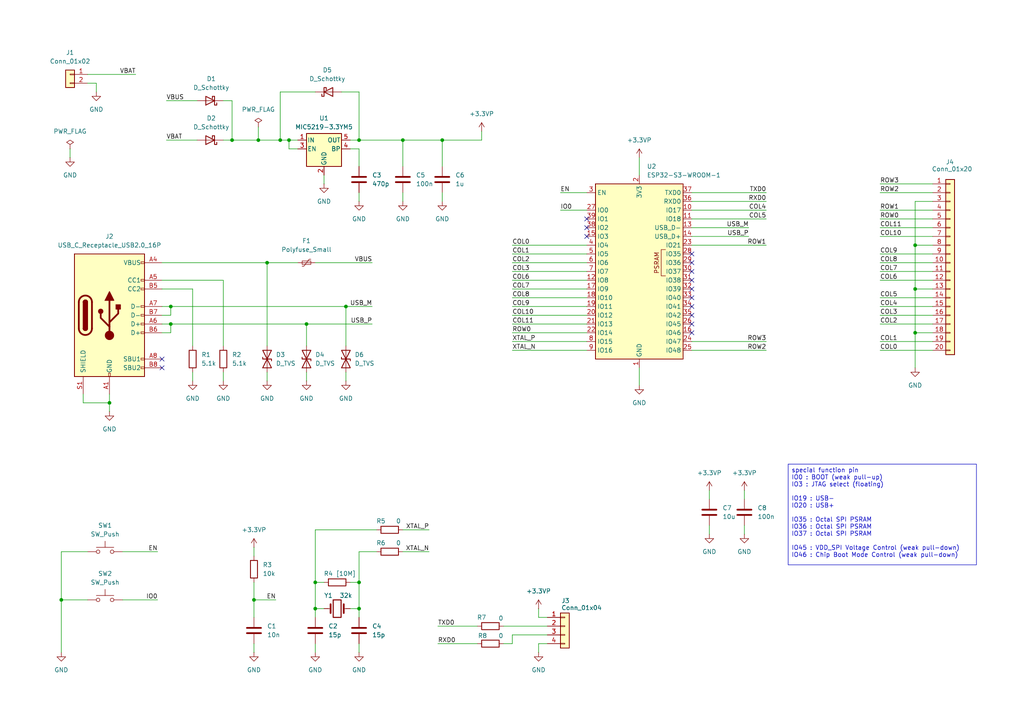
<source format=kicad_sch>
(kicad_sch (version 20250114) (generator "eeschema") (generator_version "9.0")
  (paper "A4")
  (lib_symbols
    (symbol "Connector:USB_C_Receptacle_USB2.0_16P" (pin_names (offset 1.016))
      (property "Reference" "J" (at 0 22.225 0))
      (property "Value" "USB_C_Receptacle_USB2.0_16P" (at 0 19.685 0))
      (symbol "USB_C_Receptacle_USB2.0_16P_0_0"
        (rectangle (start -0.254 -17.78) (end 0.254 -16.764))
        (rectangle (start 10.16 15.494) (end 9.144 14.986))
        (rectangle (start 10.16 10.414) (end 9.144 9.906))
        (rectangle (start 10.16 7.874) (end 9.144 7.366))
        (rectangle (start 10.16 2.794) (end 9.144 2.286))
        (rectangle (start 10.16 0.254) (end 9.144 -0.254))
        (rectangle (start 10.16 -2.286) (end 9.144 -2.794))
        (rectangle (start 10.16 -4.826) (end 9.144 -5.334))
        (rectangle (start 10.16 -12.446) (end 9.144 -12.954))
        (rectangle (start 10.16 -14.986) (end 9.144 -15.494))
      )
      (symbol "USB_C_Receptacle_USB2.0_16P_0_1"
        (rectangle (start -10.16 17.78) (end 10.16 -17.78) (stroke (width 0.254)) (fill (type background)))
        (polyline (pts (xy -8.89 -3.81) (xy -8.89 3.81)) (stroke (width 0.508)))
        (rectangle (start -7.62 -3.81) (end -6.35 3.81) (stroke (width 0.254)) (fill (type outline)))
        (arc (start -7.62 3.81) (mid -6.985 4.4423) (end -6.35 3.81) (stroke (width 0.254)))
        (arc (start -7.62 3.81) (mid -6.985 4.4423) (end -6.35 3.81) (stroke (width 0.254)) (fill (type outline)))
        (arc (start -8.89 3.81) (mid -6.985 5.7067) (end -5.08 3.81) (stroke (width 0.508)))
        (arc (start -5.08 -3.81) (mid -6.985 -5.7067) (end -8.89 -3.81) (stroke (width 0.508)))
        (arc (start -6.35 -3.81) (mid -6.985 -4.4423) (end -7.62 -3.81) (stroke (width 0.254)))
        (arc (start -6.35 -3.81) (mid -6.985 -4.4423) (end -7.62 -3.81) (stroke (width 0.254)) (fill (type outline)))
        (polyline (pts (xy -5.08 3.81) (xy -5.08 -3.81)) (stroke (width 0.508)))
        (circle (center -2.54 1.143) (radius 0.635) (stroke (width 0.254)) (fill (type outline)))
        (polyline (pts (xy -1.27 4.318) (xy 0 6.858) (xy 1.27 4.318) (xy -1.27 4.318)) (stroke (width 0.254)) (fill (type outline)))
        (polyline (pts (xy 0 -2.032) (xy 2.54 0.508) (xy 2.54 1.778)) (stroke (width 0.508)))
        (polyline (pts (xy 0 -3.302) (xy -2.54 -0.762) (xy -2.54 0.508)) (stroke (width 0.508)))
        (polyline (pts (xy 0 -5.842) (xy 0 4.318)) (stroke (width 0.508)))
        (circle (center 0 -5.842) (radius 1.27) (fill (type outline)))
        (rectangle (start 1.905 1.778) (end 3.175 3.048) (stroke (width 0.254)) (fill (type outline)))
      )
      (symbol "USB_C_Receptacle_USB2.0_16P_1_1"
        (pin passive line (at -7.62 -22.86 90) (length 5.08) (name "SHIELD") (number "S1"))
        (pin passive line (at 0 -22.86 90) (length 5.08) (name "GND") (number "A1"))
        (pin passive line (at 0 -22.86 90) (length 5.08) (hide yes) (name "GND") (number "A12"))
        (pin passive line (at 0 -22.86 90) (length 5.08) (hide yes) (name "GND") (number "B1"))
        (pin passive line (at 0 -22.86 90) (length 5.08) (hide yes) (name "GND") (number "B12"))
        (pin passive line (at 15.24 15.24 180) (length 5.08) (name "VBUS") (number "A4"))
        (pin passive line (at 15.24 15.24 180) (length 5.08) (hide yes) (name "VBUS") (number "A9"))
        (pin passive line (at 15.24 15.24 180) (length 5.08) (hide yes) (name "VBUS") (number "B4"))
        (pin passive line (at 15.24 15.24 180) (length 5.08) (hide yes) (name "VBUS") (number "B9"))
        (pin bidirectional line (at 15.24 10.16 180) (length 5.08) (name "CC1") (number "A5"))
        (pin bidirectional line (at 15.24 7.62 180) (length 5.08) (name "CC2") (number "B5"))
        (pin bidirectional line (at 15.24 2.54 180) (length 5.08) (name "D-") (number "A7"))
        (pin bidirectional line (at 15.24 0 180) (length 5.08) (name "D-") (number "B7"))
        (pin bidirectional line (at 15.24 -2.54 180) (length 5.08) (name "D+") (number "A6"))
        (pin bidirectional line (at 15.24 -5.08 180) (length 5.08) (name "D+") (number "B6"))
        (pin bidirectional line (at 15.24 -12.7 180) (length 5.08) (name "SBU1") (number "A8"))
        (pin bidirectional line (at 15.24 -15.24 180) (length 5.08) (name "SBU2") (number "B8"))
      )
    )
    (symbol "Connector_Generic:Conn_01x02" (pin_names (offset 1.016) (hide yes))
      (property "Reference" "J" (at 0 2.54 0))
      (property "Value" "Conn_01x02" (at 0 -5.08 0))
      (symbol "Conn_01x02_1_1"
        (rectangle (start -1.27 1.27) (end 1.27 -3.81) (stroke (width 0.254)) (fill (type background)))
        (rectangle (start -1.27 0.127) (end 0 -0.127) (stroke (width 0.1524)))
        (rectangle (start -1.27 -2.413) (end 0 -2.667) (stroke (width 0.1524)))
        (pin passive line (at -5.08 0 0) (length 3.81) (name "Pin_1") (number "1"))
        (pin passive line (at -5.08 -2.54 0) (length 3.81) (name "Pin_2") (number "2"))
      )
    )
    (symbol "Connector_Generic:Conn_01x04" (pin_names (offset 1.016) (hide yes))
      (property "Reference" "J" (at 0 5.08 0))
      (property "Value" "Conn_01x04" (at 0 -7.62 0))
      (symbol "Conn_01x04_1_1"
        (rectangle (start -1.27 3.81) (end 1.27 -6.35) (stroke (width 0.254)) (fill (type background)))
        (rectangle (start -1.27 2.667) (end 0 2.413) (stroke (width 0.1524)))
        (rectangle (start -1.27 0.127) (end 0 -0.127) (stroke (width 0.1524)))
        (rectangle (start -1.27 -2.413) (end 0 -2.667) (stroke (width 0.1524)))
        (rectangle (start -1.27 -4.953) (end 0 -5.207) (stroke (width 0.1524)))
        (pin passive line (at -5.08 2.54 0) (length 3.81) (name "Pin_1") (number "1"))
        (pin passive line (at -5.08 0 0) (length 3.81) (name "Pin_2") (number "2"))
        (pin passive line (at -5.08 -2.54 0) (length 3.81) (name "Pin_3") (number "3"))
        (pin passive line (at -5.08 -5.08 0) (length 3.81) (name "Pin_4") (number "4"))
      )
    )
    (symbol "Connector_Generic:Conn_01x20" (pin_names (offset 1.016) (hide yes))
      (property "Reference" "J" (at 0 25.4 0))
      (property "Value" "Conn_01x20" (at 0 -27.94 0))
      (symbol "Conn_01x20_1_1"
        (rectangle (start -1.27 24.13) (end 1.27 -26.67) (stroke (width 0.254)) (fill (type background)))
        (rectangle (start -1.27 22.987) (end 0 22.733) (stroke (width 0.1524)))
        (rectangle (start -1.27 20.447) (end 0 20.193) (stroke (width 0.1524)))
        (rectangle (start -1.27 17.907) (end 0 17.653) (stroke (width 0.1524)))
        (rectangle (start -1.27 15.367) (end 0 15.113) (stroke (width 0.1524)))
        (rectangle (start -1.27 12.827) (end 0 12.573) (stroke (width 0.1524)))
        (rectangle (start -1.27 10.287) (end 0 10.033) (stroke (width 0.1524)))
        (rectangle (start -1.27 7.747) (end 0 7.493) (stroke (width 0.1524)))
        (rectangle (start -1.27 5.207) (end 0 4.953) (stroke (width 0.1524)))
        (rectangle (start -1.27 2.667) (end 0 2.413) (stroke (width 0.1524)))
        (rectangle (start -1.27 0.127) (end 0 -0.127) (stroke (width 0.1524)))
        (rectangle (start -1.27 -2.413) (end 0 -2.667) (stroke (width 0.1524)))
        (rectangle (start -1.27 -4.953) (end 0 -5.207) (stroke (width 0.1524)))
        (rectangle (start -1.27 -7.493) (end 0 -7.747) (stroke (width 0.1524)))
        (rectangle (start -1.27 -10.033) (end 0 -10.287) (stroke (width 0.1524)))
        (rectangle (start -1.27 -12.573) (end 0 -12.827) (stroke (width 0.1524)))
        (rectangle (start -1.27 -15.113) (end 0 -15.367) (stroke (width 0.1524)))
        (rectangle (start -1.27 -17.653) (end 0 -17.907) (stroke (width 0.1524)))
        (rectangle (start -1.27 -20.193) (end 0 -20.447) (stroke (width 0.1524)))
        (rectangle (start -1.27 -22.733) (end 0 -22.987) (stroke (width 0.1524)))
        (rectangle (start -1.27 -25.273) (end 0 -25.527) (stroke (width 0.1524)))
        (pin passive line (at -5.08 22.86 0) (length 3.81) (name "Pin_1") (number "1"))
        (pin passive line (at -5.08 20.32 0) (length 3.81) (name "Pin_2") (number "2"))
        (pin passive line (at -5.08 17.78 0) (length 3.81) (name "Pin_3") (number "3"))
        (pin passive line (at -5.08 15.24 0) (length 3.81) (name "Pin_4") (number "4"))
        (pin passive line (at -5.08 12.7 0) (length 3.81) (name "Pin_5") (number "5"))
        (pin passive line (at -5.08 10.16 0) (length 3.81) (name "Pin_6") (number "6"))
        (pin passive line (at -5.08 7.62 0) (length 3.81) (name "Pin_7") (number "7"))
        (pin passive line (at -5.08 5.08 0) (length 3.81) (name "Pin_8") (number "8"))
        (pin passive line (at -5.08 2.54 0) (length 3.81) (name "Pin_9") (number "9"))
        (pin passive line (at -5.08 0 0) (length 3.81) (name "Pin_10") (number "10"))
        (pin passive line (at -5.08 -2.54 0) (length 3.81) (name "Pin_11") (number "11"))
        (pin passive line (at -5.08 -5.08 0) (length 3.81) (name "Pin_12") (number "12"))
        (pin passive line (at -5.08 -7.62 0) (length 3.81) (name "Pin_13") (number "13"))
        (pin passive line (at -5.08 -10.16 0) (length 3.81) (name "Pin_14") (number "14"))
        (pin passive line (at -5.08 -12.7 0) (length 3.81) (name "Pin_15") (number "15"))
        (pin passive line (at -5.08 -15.24 0) (length 3.81) (name "Pin_16") (number "16"))
        (pin passive line (at -5.08 -17.78 0) (length 3.81) (name "Pin_17") (number "17"))
        (pin passive line (at -5.08 -20.32 0) (length 3.81) (name "Pin_18") (number "18"))
        (pin passive line (at -5.08 -22.86 0) (length 3.81) (name "Pin_19") (number "19"))
        (pin passive line (at -5.08 -25.4 0) (length 3.81) (name "Pin_20") (number "20"))
      )
    )
    (symbol "Device:C" (pin_numbers (hide yes)) (pin_names (offset 0.254))
      (property "Reference" "C" (at 0.635 2.54 0))
      (property "Value" "C" (at 0.635 -2.54 0))
      (symbol "C_0_1"
        (polyline (pts (xy -2.032 0.762) (xy 2.032 0.762)) (stroke (width 0.508)))
        (polyline (pts (xy -2.032 -0.762) (xy 2.032 -0.762)) (stroke (width 0.508)))
      )
      (symbol "C_1_1"
        (pin passive line (at 0 3.81 270) (length 2.794) (name "~") (number "1"))
        (pin passive line (at 0 -3.81 90) (length 2.794) (name "~") (number "2"))
      )
    )
    (symbol "Device:Crystal" (pin_numbers (hide yes)) (pin_names (offset 1.016) (hide yes))
      (property "Reference" "Y" (at 0 3.81 0))
      (property "Value" "Crystal" (at 0 -3.81 0))
      (symbol "Crystal_0_1"
        (polyline (pts (xy -2.54 0) (xy -1.905 0)))
        (polyline (pts (xy -1.905 -1.27) (xy -1.905 1.27)) (stroke (width 0.508)))
        (rectangle (start -1.143 2.54) (end 1.143 -2.54) (stroke (width 0.3048)))
        (polyline (pts (xy 1.905 -1.27) (xy 1.905 1.27)) (stroke (width 0.508)))
        (polyline (pts (xy 2.54 0) (xy 1.905 0)))
      )
      (symbol "Crystal_1_1"
        (pin passive line (at -3.81 0 0) (length 1.27) (name "1") (number "1"))
        (pin passive line (at 3.81 0 180) (length 1.27) (name "2") (number "2"))
      )
    )
    (symbol "Device:D_Schottky" (pin_numbers (hide yes)) (pin_names (offset 1.016) (hide yes))
      (property "Reference" "D" (at 0 2.54 0))
      (property "Value" "D_Schottky" (at 0 -2.54 0))
      (symbol "D_Schottky_0_1"
        (polyline (pts (xy -1.905 0.635) (xy -1.905 1.27) (xy -1.27 1.27) (xy -1.27 -1.27) (xy -0.635 -1.27) (xy -0.635 -0.635)) (stroke (width 0.254)))
        (polyline (pts (xy 1.27 1.27) (xy 1.27 -1.27) (xy -1.27 0) (xy 1.27 1.27)) (stroke (width 0.254)))
        (polyline (pts (xy 1.27 0) (xy -1.27 0)))
      )
      (symbol "D_Schottky_1_1"
        (pin passive line (at -3.81 0 0) (length 2.54) (name "K") (number "1"))
        (pin passive line (at 3.81 0 180) (length 2.54) (name "A") (number "2"))
      )
    )
    (symbol "Device:D_TVS" (pin_numbers (hide yes)) (pin_names (offset 1.016) (hide yes))
      (property "Reference" "D" (at 0 2.54 0))
      (property "Value" "D_TVS" (at 0 -2.54 0))
      (symbol "D_TVS_0_1"
        (polyline (pts (xy -2.54 1.27) (xy -2.54 -1.27) (xy 2.54 1.27) (xy 2.54 -1.27) (xy -2.54 1.27)) (stroke (width 0.254)))
        (polyline (pts (xy 0.508 1.27) (xy 0 1.27) (xy 0 -1.27) (xy -0.508 -1.27)) (stroke (width 0.254)))
        (polyline (pts (xy 1.27 0) (xy -1.27 0)))
      )
      (symbol "D_TVS_1_1"
        (pin passive line (at -3.81 0 0) (length 2.54) (name "A1") (number "1"))
        (pin passive line (at 3.81 0 180) (length 2.54) (name "A2") (number "2"))
      )
    )
    (symbol "Device:Polyfuse_Small" (pin_numbers (hide yes)) (pin_names (offset 0))
      (property "Reference" "F" (at -1.905 0 90))
      (property "Value" "Polyfuse_Small" (at 1.905 0 90))
      (symbol "Polyfuse_Small_0_1"
        (polyline (pts (xy -1.016 1.27) (xy -1.016 0.762) (xy 1.016 -0.762) (xy 1.016 -1.27)))
        (rectangle (start -0.508 1.27) (end 0.508 -1.27))
        (polyline (pts (xy 0 2.54) (xy 0 -2.54)))
      )
      (symbol "Polyfuse_Small_1_1"
        (pin passive line (at 0 2.54 270) (length 0.635) (name "~") (number "1"))
        (pin passive line (at 0 -2.54 90) (length 0.635) (name "~") (number "2"))
      )
    )
    (symbol "Device:R" (pin_numbers (hide yes)) (pin_names (offset 0))
      (property "Reference" "R" (at 2.032 0 90))
      (property "Value" "R" (at 0 0 90))
      (symbol "R_0_1"
        (rectangle (start -1.016 -2.54) (end 1.016 2.54) (stroke (width 0.254)))
      )
      (symbol "R_1_1"
        (pin passive line (at 0 3.81 270) (length 1.27) (name "~") (number "1"))
        (pin passive line (at 0 -3.81 90) (length 1.27) (name "~") (number "2"))
      )
    )
    (symbol "RF_Module:ESP32-S3-WROOM-1"
      (property "Reference" "U" (at -12.7 26.67 0))
      (property "Value" "ESP32-S3-WROOM-1" (at 12.7 26.67 0))
      (symbol "ESP32-S3-WROOM-1_0_0"
        (rectangle (start -12.7 25.4) (end 12.7 -25.4) (stroke (width 0.254)) (fill (type background)))
        (text "PSRAM" (at 5.08 2.54 900) (effects (font (size 1.27 1.27))))
      )
      (symbol "ESP32-S3-WROOM-1_0_1"
        (polyline (pts (xy 7.62 -1.27) (xy 6.35 -1.27) (xy 6.35 6.35) (xy 7.62 6.35)))
      )
      (symbol "ESP32-S3-WROOM-1_1_1"
        (pin input line (at -15.24 22.86 0) (length 2.54) (name "EN") (number "3"))
        (pin bidirectional line (at -15.24 17.78 0) (length 2.54) (name "IO0") (number "27"))
        (pin bidirectional line (at -15.24 15.24 0) (length 2.54) (name "IO1") (number "39"))
        (pin bidirectional line (at -15.24 12.7 0) (length 2.54) (name "IO2") (number "38"))
        (pin bidirectional line (at -15.24 10.16 0) (length 2.54) (name "IO3") (number "15"))
        (pin bidirectional line (at -15.24 7.62 0) (length 2.54) (name "IO4") (number "4"))
        (pin bidirectional line (at -15.24 5.08 0) (length 2.54) (name "IO5") (number "5"))
        (pin bidirectional line (at -15.24 2.54 0) (length 2.54) (name "IO6") (number "6"))
        (pin bidirectional line (at -15.24 0 0) (length 2.54) (name "IO7") (number "7"))
        (pin bidirectional line (at -15.24 -2.54 0) (length 2.54) (name "IO8") (number "12"))
        (pin bidirectional line (at -15.24 -5.08 0) (length 2.54) (name "IO9") (number "17"))
        (pin bidirectional line (at -15.24 -7.62 0) (length 2.54) (name "IO10") (number "18"))
        (pin bidirectional line (at -15.24 -10.16 0) (length 2.54) (name "IO11") (number "19"))
        (pin bidirectional line (at -15.24 -12.7 0) (length 2.54) (name "IO12") (number "20"))
        (pin bidirectional line (at -15.24 -15.24 0) (length 2.54) (name "IO13") (number "21"))
        (pin bidirectional line (at -15.24 -17.78 0) (length 2.54) (name "IO14") (number "22"))
        (pin bidirectional line (at -15.24 -20.32 0) (length 2.54) (name "IO15") (number "8"))
        (pin bidirectional line (at -15.24 -22.86 0) (length 2.54) (name "IO16") (number "9"))
        (pin power_in line (at 0 27.94 270) (length 2.54) (name "3V3") (number "2"))
        (pin power_in line (at 0 -27.94 90) (length 2.54) (name "GND") (number "1"))
        (pin passive line (at 0 -27.94 90) (length 2.54) (hide yes) (name "GND") (number "40"))
        (pin passive line (at 0 -27.94 90) (length 2.54) (hide yes) (name "GND") (number "41"))
        (pin bidirectional line (at 15.24 22.86 180) (length 2.54) (name "TXD0") (number "37"))
        (pin bidirectional line (at 15.24 20.32 180) (length 2.54) (name "RXD0") (number "36"))
        (pin bidirectional line (at 15.24 17.78 180) (length 2.54) (name "IO17") (number "10"))
        (pin bidirectional line (at 15.24 15.24 180) (length 2.54) (name "IO18") (number "11"))
        (pin bidirectional line (at 15.24 12.7 180) (length 2.54) (name "USB_D-") (number "13"))
        (pin bidirectional line (at 15.24 10.16 180) (length 2.54) (name "USB_D+") (number "14"))
        (pin bidirectional line (at 15.24 7.62 180) (length 2.54) (name "IO21") (number "23"))
        (pin bidirectional line (at 15.24 5.08 180) (length 2.54) (name "IO35") (number "28"))
        (pin bidirectional line (at 15.24 2.54 180) (length 2.54) (name "IO36") (number "29"))
        (pin bidirectional line (at 15.24 0 180) (length 2.54) (name "IO37") (number "30"))
        (pin bidirectional line (at 15.24 -2.54 180) (length 2.54) (name "IO38") (number "31"))
        (pin bidirectional line (at 15.24 -5.08 180) (length 2.54) (name "IO39") (number "32"))
        (pin bidirectional line (at 15.24 -7.62 180) (length 2.54) (name "IO40") (number "33"))
        (pin bidirectional line (at 15.24 -10.16 180) (length 2.54) (name "IO41") (number "34"))
        (pin bidirectional line (at 15.24 -12.7 180) (length 2.54) (name "IO42") (number "35"))
        (pin bidirectional line (at 15.24 -15.24 180) (length 2.54) (name "IO45") (number "26"))
        (pin bidirectional line (at 15.24 -17.78 180) (length 2.54) (name "IO46") (number "16"))
        (pin bidirectional line (at 15.24 -20.32 180) (length 2.54) (name "IO47") (number "24"))
        (pin bidirectional line (at 15.24 -22.86 180) (length 2.54) (name "IO48") (number "25"))
      )
    )
    (symbol "Regulator_Linear:MIC5219-3.3YM5" (pin_names (offset 0.254))
      (property "Reference" "U" (at -3.81 5.715 0))
      (property "Value" "MIC5219-3.3YM5" (at 0 5.715 0))
      (symbol "MIC5219-3.3YM5_0_1"
        (rectangle (start -5.08 4.445) (end 5.08 -5.08) (stroke (width 0.254)) (fill (type background)))
      )
      (symbol "MIC5219-3.3YM5_1_1"
        (pin power_in line (at -7.62 2.54 0) (length 2.54) (name "IN") (number "1"))
        (pin input line (at -7.62 0 0) (length 2.54) (name "EN") (number "3"))
        (pin power_in line (at 0 -7.62 90) (length 2.54) (name "GND") (number "2"))
        (pin power_out line (at 7.62 2.54 180) (length 2.54) (name "OUT") (number "5"))
        (pin input line (at 7.62 0 180) (length 2.54) (name "BP") (number "4"))
      )
    )
    (symbol "Switch:SW_Push" (pin_numbers (hide yes)) (pin_names (offset 1.016) (hide yes))
      (property "Reference" "SW" (at 1.27 2.54 0))
      (property "Value" "SW_Push" (at 0 -1.524 0))
      (symbol "SW_Push_0_1"
        (circle (center -2.032 0) (radius 0.508))
        (polyline (pts (xy 0 1.27) (xy 0 3.048)))
        (circle (center 2.032 0) (radius 0.508))
        (polyline (pts (xy 2.54 1.27) (xy -2.54 1.27)))
        (pin passive line (at -5.08 0 0) (length 2.54) (name "1") (number "1"))
        (pin passive line (at 5.08 0 180) (length 2.54) (name "2") (number "2"))
      )
    )
    (symbol "power:+3.3VP" (power) (pin_numbers (hide yes)) (pin_names (offset 0) (hide yes))
      (property "Value" "+3.3VP" (at 0 3.556 0))
      (symbol "+3.3VP_0_0"
        (pin power_in line (at 0 0 90) (length 0) (name "~") (number "1"))
      )
      (symbol "+3.3VP_0_1"
        (polyline (pts (xy -0.762 1.27) (xy 0 2.54)))
        (polyline (pts (xy 0 2.54) (xy 0.762 1.27)))
        (polyline (pts (xy 0 0) (xy 0 2.54)))
      )
    )
    (symbol "power:GND" (power) (pin_numbers (hide yes)) (pin_names (offset 0) (hide yes))
      (property "Value" "GND" (at 0 -3.81 0))
      (symbol "GND_0_1"
        (polyline (pts (xy 0 0) (xy 0 -1.27) (xy 1.27 -1.27) (xy 0 -2.54) (xy -1.27 -1.27) (xy 0 -1.27)))
      )
      (symbol "GND_1_1"
        (pin power_in line (at 0 0 270) (length 0) (name "~") (number "1"))
      )
    )
    (symbol "power:PWR_FLAG" (power) (pin_numbers (hide yes)) (pin_names (offset 0) (hide yes))
      (property "Value" "PWR_FLAG" (at 0 3.81 0))
      (symbol "PWR_FLAG_0_0"
        (pin power_out line (at 0 0 90) (length 0) (name "~") (number "1"))
      )
      (symbol "PWR_FLAG_0_1"
        (polyline (pts (xy 0 0) (xy 0 1.27) (xy -1.016 1.905) (xy 0 2.54) (xy 1.016 1.905) (xy 0 1.27)))
      )
    )
  )
  (text_box "special function pin\nIO0 : BOOT (weak pull-up)\nIO3 : JTAG select (floating)\n\nIO19 : USB-\nIO20 : USB+\n\nIO35 : Octal SPI PSRAM\nIO36 : Octal SPI PSRAM\nIO37 : Octal SPI PSRAM\n\nIO45 : VDD_SPI Voltage Control (weak pull-down)\nIO46 : Chip Boot Mode Control (weak pull-down)" (at 228.6 134.62 0) (size 54.61 29.21) (margins 0.9525 0.9525 0.9525 0.9525) (effects (font (size 1.27 1.27)) (justify left top)))
  (junction (at 81.28 40.64))
  (junction (at 49.53 93.98))
  (junction (at 31.75 116.84))
  (junction (at 17.78 173.99))
  (junction (at 100.33 88.9))
  (junction (at 104.14 40.64))
  (junction (at 73.66 173.99))
  (junction (at 104.14 168.91))
  (junction (at 128.27 40.64))
  (junction (at 116.84 40.64))
  (junction (at 49.53 88.9))
  (junction (at 88.9 93.98))
  (junction (at 91.44 168.91))
  (junction (at 77.47 76.2))
  (junction (at 104.14 176.53))
  (junction (at 74.93 40.64))
  (junction (at 265.43 83.82))
  (junction (at 91.44 176.53))
  (junction (at 67.31 40.64))
  (junction (at 83.82 40.64))
  (junction (at 265.43 96.52))
  (junction (at 265.43 71.12))
  (no_connect (at 200.66 78.74))
  (no_connect (at 200.66 86.36))
  (no_connect (at 200.66 83.82))
  (no_connect (at 200.66 91.44))
  (no_connect (at 170.18 63.5))
  (no_connect (at 200.66 96.52))
  (no_connect (at 46.99 104.14))
  (no_connect (at 170.18 66.04))
  (no_connect (at 46.99 106.68))
  (no_connect (at 200.66 76.2))
  (no_connect (at 200.66 81.28))
  (no_connect (at 200.66 93.98))
  (no_connect (at 200.66 88.9))
  (no_connect (at 170.18 68.58))
  (no_connect (at 200.66 73.66))
  (wire (pts (xy 17.78 160.02) (xy 25.4 160.02)))
  (wire (pts (xy 255.27 73.66) (xy 270.51 73.66)))
  (wire (pts (xy 91.44 176.53) (xy 93.98 176.53)))
  (wire (pts (xy 270.51 96.52) (xy 265.43 96.52)))
  (wire (pts (xy 104.14 26.67) (xy 104.14 40.64)))
  (wire (pts (xy 91.44 153.67) (xy 109.22 153.67)))
  (wire (pts (xy 215.9 142.24) (xy 215.9 144.78)))
  (wire (pts (xy 148.59 81.28) (xy 170.18 81.28)))
  (wire (pts (xy 77.47 76.2) (xy 77.47 100.33)))
  (wire (pts (xy 255.27 93.98) (xy 270.51 93.98)))
  (wire (pts (xy 73.66 173.99) (xy 73.66 179.07)))
  (wire (pts (xy 270.51 58.42) (xy 265.43 58.42)))
  (wire (pts (xy 255.27 101.6) (xy 270.51 101.6)))
  (wire (pts (xy 148.59 96.52) (xy 170.18 96.52)))
  (wire (pts (xy 48.26 40.64) (xy 57.15 40.64)))
  (wire (pts (xy 81.28 26.67) (xy 81.28 40.64)))
  (wire (pts (xy 156.21 186.69) (xy 156.21 189.23)))
  (wire (pts (xy 200.66 63.5) (xy 222.25 63.5)))
  (wire (pts (xy 255.27 63.5) (xy 270.51 63.5)))
  (wire (pts (xy 185.42 45.72) (xy 185.42 50.8)))
  (wire (pts (xy 270.51 83.82) (xy 265.43 83.82)))
  (wire (pts (xy 46.99 88.9) (xy 49.53 88.9)))
  (wire (pts (xy 83.82 40.64) (xy 83.82 43.18)))
  (wire (pts (xy 104.14 186.69) (xy 104.14 189.23)))
  (wire (pts (xy 128.27 40.64) (xy 139.7 40.64)))
  (wire (pts (xy 148.59 186.69) (xy 148.59 184.15)))
  (wire (pts (xy 104.14 43.18) (xy 104.14 48.26)))
  (wire (pts (xy 255.27 81.28) (xy 270.51 81.28)))
  (wire (pts (xy 74.93 36.83) (xy 74.93 40.64)))
  (wire (pts (xy 31.75 114.3) (xy 31.75 116.84)))
  (wire (pts (xy 67.31 29.21) (xy 67.31 40.64)))
  (wire (pts (xy 127 181.61) (xy 138.43 181.61)))
  (wire (pts (xy 91.44 76.2) (xy 107.95 76.2)))
  (wire (pts (xy 100.33 88.9) (xy 107.95 88.9)))
  (wire (pts (xy 255.27 91.44) (xy 270.51 91.44)))
  (wire (pts (xy 255.27 88.9) (xy 270.51 88.9)))
  (wire (pts (xy 49.53 93.98) (xy 88.9 93.98)))
  (wire (pts (xy 255.27 78.74) (xy 270.51 78.74)))
  (wire (pts (xy 116.84 40.64) (xy 128.27 40.64)))
  (wire (pts (xy 48.26 29.21) (xy 57.15 29.21)))
  (wire (pts (xy 101.6 176.53) (xy 104.14 176.53)))
  (wire (pts (xy 148.59 93.98) (xy 170.18 93.98)))
  (wire (pts (xy 25.4 21.59) (xy 39.37 21.59)))
  (wire (pts (xy 255.27 99.06) (xy 270.51 99.06)))
  (wire (pts (xy 104.14 176.53) (xy 104.14 168.91)))
  (wire (pts (xy 255.27 53.34) (xy 270.51 53.34)))
  (wire (pts (xy 185.42 106.68) (xy 185.42 111.76)))
  (wire (pts (xy 64.77 107.95) (xy 64.77 110.49)))
  (wire (pts (xy 101.6 40.64) (xy 104.14 40.64)))
  (wire (pts (xy 156.21 179.07) (xy 158.75 179.07)))
  (wire (pts (xy 73.66 173.99) (xy 80.01 173.99)))
  (wire (pts (xy 200.66 58.42) (xy 222.25 58.42)))
  (wire (pts (xy 162.56 55.88) (xy 170.18 55.88)))
  (wire (pts (xy 35.56 173.99) (xy 45.72 173.99)))
  (wire (pts (xy 200.66 101.6) (xy 222.25 101.6)))
  (wire (pts (xy 148.59 86.36) (xy 170.18 86.36)))
  (wire (pts (xy 91.44 26.67) (xy 81.28 26.67)))
  (wire (pts (xy 20.32 43.18) (xy 20.32 45.72)))
  (wire (pts (xy 86.36 43.18) (xy 83.82 43.18)))
  (wire (pts (xy 270.51 71.12) (xy 265.43 71.12)))
  (wire (pts (xy 215.9 152.4) (xy 215.9 154.94)))
  (wire (pts (xy 46.99 91.44) (xy 49.53 91.44)))
  (wire (pts (xy 139.7 38.1) (xy 139.7 40.64)))
  (wire (pts (xy 91.44 176.53) (xy 91.44 168.91)))
  (wire (pts (xy 255.27 86.36) (xy 270.51 86.36)))
  (wire (pts (xy 35.56 160.02) (xy 45.72 160.02)))
  (wire (pts (xy 200.66 68.58) (xy 217.17 68.58)))
  (wire (pts (xy 148.59 78.74) (xy 170.18 78.74)))
  (wire (pts (xy 93.98 50.8) (xy 93.98 53.34)))
  (wire (pts (xy 49.53 93.98) (xy 49.53 96.52)))
  (wire (pts (xy 31.75 116.84) (xy 31.75 119.38)))
  (wire (pts (xy 46.99 83.82) (xy 55.88 83.82)))
  (wire (pts (xy 255.27 66.04) (xy 270.51 66.04)))
  (wire (pts (xy 200.66 60.96) (xy 222.25 60.96)))
  (wire (pts (xy 205.74 142.24) (xy 205.74 144.78)))
  (wire (pts (xy 116.84 40.64) (xy 116.84 48.26)))
  (wire (pts (xy 255.27 68.58) (xy 270.51 68.58)))
  (wire (pts (xy 64.77 81.28) (xy 64.77 100.33)))
  (wire (pts (xy 81.28 40.64) (xy 83.82 40.64)))
  (wire (pts (xy 77.47 107.95) (xy 77.47 110.49)))
  (wire (pts (xy 24.13 114.3) (xy 24.13 116.84)))
  (wire (pts (xy 128.27 55.88) (xy 128.27 58.42)))
  (wire (pts (xy 99.06 26.67) (xy 104.14 26.67)))
  (wire (pts (xy 49.53 88.9) (xy 49.53 91.44)))
  (wire (pts (xy 88.9 93.98) (xy 88.9 100.33)))
  (wire (pts (xy 77.47 76.2) (xy 86.36 76.2)))
  (wire (pts (xy 46.99 93.98) (xy 49.53 93.98)))
  (wire (pts (xy 265.43 58.42) (xy 265.43 71.12)))
  (wire (pts (xy 88.9 107.95) (xy 88.9 110.49)))
  (wire (pts (xy 200.66 66.04) (xy 217.17 66.04)))
  (wire (pts (xy 91.44 168.91) (xy 91.44 153.67)))
  (wire (pts (xy 46.99 81.28) (xy 64.77 81.28)))
  (wire (pts (xy 74.93 40.64) (xy 81.28 40.64)))
  (wire (pts (xy 148.59 76.2) (xy 170.18 76.2)))
  (wire (pts (xy 255.27 55.88) (xy 270.51 55.88)))
  (wire (pts (xy 158.75 186.69) (xy 156.21 186.69)))
  (wire (pts (xy 146.05 186.69) (xy 148.59 186.69)))
  (wire (pts (xy 116.84 55.88) (xy 116.84 58.42)))
  (wire (pts (xy 101.6 168.91) (xy 104.14 168.91)))
  (wire (pts (xy 148.59 73.66) (xy 170.18 73.66)))
  (wire (pts (xy 24.13 116.84) (xy 31.75 116.84)))
  (wire (pts (xy 17.78 173.99) (xy 17.78 189.23)))
  (wire (pts (xy 265.43 71.12) (xy 265.43 83.82)))
  (wire (pts (xy 91.44 179.07) (xy 91.44 176.53)))
  (wire (pts (xy 104.14 40.64) (xy 116.84 40.64)))
  (wire (pts (xy 146.05 181.61) (xy 158.75 181.61)))
  (wire (pts (xy 127 186.69) (xy 138.43 186.69)))
  (wire (pts (xy 67.31 40.64) (xy 74.93 40.64)))
  (wire (pts (xy 205.74 152.4) (xy 205.74 154.94)))
  (wire (pts (xy 128.27 40.64) (xy 128.27 48.26)))
  (wire (pts (xy 100.33 88.9) (xy 100.33 100.33)))
  (wire (pts (xy 148.59 83.82) (xy 170.18 83.82)))
  (wire (pts (xy 91.44 168.91) (xy 93.98 168.91)))
  (wire (pts (xy 148.59 184.15) (xy 158.75 184.15)))
  (wire (pts (xy 83.82 40.64) (xy 86.36 40.64)))
  (wire (pts (xy 200.66 55.88) (xy 222.25 55.88)))
  (wire (pts (xy 116.84 160.02) (xy 124.46 160.02)))
  (wire (pts (xy 73.66 186.69) (xy 73.66 189.23)))
  (wire (pts (xy 17.78 173.99) (xy 25.4 173.99)))
  (wire (pts (xy 55.88 107.95) (xy 55.88 110.49)))
  (wire (pts (xy 73.66 158.75) (xy 73.66 161.29)))
  (wire (pts (xy 91.44 186.69) (xy 91.44 189.23)))
  (wire (pts (xy 100.33 107.95) (xy 100.33 110.49)))
  (wire (pts (xy 265.43 83.82) (xy 265.43 96.52)))
  (wire (pts (xy 162.56 60.96) (xy 170.18 60.96)))
  (wire (pts (xy 255.27 60.96) (xy 270.51 60.96)))
  (wire (pts (xy 88.9 93.98) (xy 107.95 93.98)))
  (wire (pts (xy 200.66 99.06) (xy 222.25 99.06)))
  (wire (pts (xy 49.53 88.9) (xy 100.33 88.9)))
  (wire (pts (xy 101.6 43.18) (xy 104.14 43.18)))
  (wire (pts (xy 148.59 88.9) (xy 170.18 88.9)))
  (wire (pts (xy 104.14 55.88) (xy 104.14 58.42)))
  (wire (pts (xy 200.66 71.12) (xy 222.25 71.12)))
  (wire (pts (xy 104.14 168.91) (xy 104.14 160.02)))
  (wire (pts (xy 156.21 176.53) (xy 156.21 179.07)))
  (wire (pts (xy 17.78 160.02) (xy 17.78 173.99)))
  (wire (pts (xy 265.43 96.52) (xy 265.43 106.68)))
  (wire (pts (xy 148.59 91.44) (xy 170.18 91.44)))
  (wire (pts (xy 27.94 24.13) (xy 27.94 26.67)))
  (wire (pts (xy 104.14 160.02) (xy 109.22 160.02)))
  (wire (pts (xy 255.27 76.2) (xy 270.51 76.2)))
  (wire (pts (xy 64.77 29.21) (xy 67.31 29.21)))
  (wire (pts (xy 46.99 96.52) (xy 49.53 96.52)))
  (wire (pts (xy 46.99 76.2) (xy 77.47 76.2)))
  (wire (pts (xy 73.66 168.91) (xy 73.66 173.99)))
  (wire (pts (xy 55.88 83.82) (xy 55.88 100.33)))
  (wire (pts (xy 148.59 99.06) (xy 170.18 99.06)))
  (wire (pts (xy 148.59 71.12) (xy 170.18 71.12)))
  (wire (pts (xy 148.59 101.6) (xy 170.18 101.6)))
  (wire (pts (xy 104.14 176.53) (xy 104.14 179.07)))
  (wire (pts (xy 64.77 40.64) (xy 67.31 40.64)))
  (wire (pts (xy 25.4 24.13) (xy 27.94 24.13)))
  (wire (pts (xy 116.84 153.67) (xy 124.46 153.67)))
  (label "COL3" (at 255.27 91.44 0))
  (label "ROW3" (at 255.27 53.34 0))
  (label "COL8" (at 148.59 86.36 0))
  (label "COL11" (at 148.59 93.98 0))
  (label "COL0" (at 255.27 101.6 0))
  (label "VBUS" (at 48.26 29.21 0))
  (label "COL5" (at 255.27 86.36 0))
  (label "COL6" (at 148.59 81.28 0))
  (label "XTAL_N" (at 124.46 160.02 180))
  (label "RXD0" (at 127 186.69 0))
  (label "COL4" (at 255.27 88.9 0))
  (label "USB_M" (at 107.95 88.9 180))
  (label "RXD0" (at 222.25 58.42 180))
  (label "TXD0" (at 127 181.61 0))
  (label "EN" (at 162.56 55.88 0))
  (label "IO0" (at 45.72 173.99 180))
  (label "COL3" (at 148.59 78.74 0))
  (label "COL5" (at 222.25 63.5 180))
  (label "COL9" (at 255.27 73.66 0))
  (label "COL1" (at 255.27 99.06 0))
  (label "COL2" (at 148.59 76.2 0))
  (label "USB_M" (at 217.17 66.04 180))
  (label "VBAT" (at 39.37 21.59 180))
  (label "VBUS" (at 107.95 76.2 180))
  (label "IO0" (at 162.56 60.96 0))
  (label "ROW3" (at 222.25 99.06 180))
  (label "COL2" (at 255.27 93.98 0))
  (label "COL7" (at 255.27 78.74 0))
  (label "COL0" (at 148.59 71.12 0))
  (label "TXD0" (at 222.25 55.88 180))
  (label "ROW0" (at 255.27 63.5 0))
  (label "USB_P" (at 217.17 68.58 180))
  (label "VBAT" (at 48.26 40.64 0))
  (label "ROW2" (at 255.27 55.88 0))
  (label "XTAL_P" (at 124.46 153.67 180))
  (label "EN" (at 80.01 173.99 180))
  (label "ROW1" (at 222.25 71.12 180))
  (label "COL9" (at 148.59 88.9 0))
  (label "ROW0" (at 148.59 96.52 0))
  (label "COL7" (at 148.59 83.82 0))
  (label "USB_P" (at 107.95 93.98 180))
  (label "COL10" (at 148.59 91.44 0))
  (label "ROW2" (at 222.25 101.6 180))
  (label "COL10" (at 255.27 68.58 0))
  (label "COL6" (at 255.27 81.28 0))
  (label "ROW1" (at 255.27 60.96 0))
  (label "EN" (at 45.72 160.02 180))
  (label "COL4" (at 222.25 60.96 180))
  (label "COL8" (at 255.27 76.2 0))
  (label "XTAL_N" (at 148.59 101.6 0))
  (label "XTAL_P" (at 148.59 99.06 0))
  (label "COL11" (at 255.27 66.04 0))
  (label "COL1" (at 148.59 73.66 0))
  (symbol (lib_id "Device:C") (at 73.66 182.88 0) (unit 1)
    (property "Reference" "C1" (at 77.47 181.6099 0) (effects (justify left)))
    (property "Value" "10n" (at 77.47 184.1499 0) (effects (justify left)))
    (property "Footprint" "Capacitor_SMD:C_0603_1608Metric_Pad1.08x0.95mm_HandSolder" (effects (hide yes)))
    (property "Description" "Unpolarized capacitor" (effects (hide yes)))
  )
  (symbol (lib_id "Connector_Generic:Conn_01x04") (at 163.83 181.61 0) (unit 1)
    (property "Reference" "J3" (at 162.814 174.244 0) (effects (justify left)))
    (property "Value" "Conn_01x04" (at 162.814 176.276 0) (effects (justify left)))
    (property "Footprint" "Connector_JST:JST_XH_B4B-XH-A_1x04_P2.50mm_Vertical" (effects (hide yes)))
    (property "Description" "Generic connector, single row, 01x04, script generated (kicad-library-utils/schlib/autogen/connector/)" (effects (hide yes)))
  )
  (symbol (lib_id "Device:R") (at 97.79 168.91 90) (unit 1)
    (property "Reference" "R4" (at 95.25 166.37 90))
    (property "Value" "[10M]" (at 100.33 166.37 90))
    (property "Footprint" "Resistor_SMD:R_0603_1608Metric" (effects (hide yes)))
    (property "Description" "Resistor" (effects (hide yes)))
  )
  (symbol (lib_id "power:GND") (at 215.9 154.94 0) (unit 1)
    (property "Reference" "#PWR025" (effects (hide yes)))
    (property "Value" "GND" (at 215.9 160.02 0))
    (property "Description" "Power symbol creates a global label with name \"GND\" , ground" (effects (hide yes)))
  )
  (symbol (lib_id "RF_Module:ESP32-S3-WROOM-1") (at 185.42 78.74 0) (unit 1)
    (property "Reference" "U2" (at 187.6141 48.26 0) (effects (justify left)))
    (property "Value" "ESP32-S3-WROOM-1" (at 187.6141 50.8 0) (effects (justify left)))
    (property "Footprint" "RF_Module:ESP32-S3-WROOM-1" (effects (hide yes)))
    (property "Datasheet" "https://www.espressif.com/sites/default/files/documentation/esp32-s3-wroom-1_wroom-1u_datasheet_en.pdf" (effects (hide yes)))
    (property "Description" "RF Module, ESP32-S3 SoC, Wi-Fi 802.11b/g/n, Bluetooth, BLE, 32-bit, 3.3V, onboard antenna, SMD" (effects (hide yes)))
  )
  (symbol (lib_id "power:GND") (at 20.32 45.72 0) (unit 1)
    (property "Reference" "#PWR027" (effects (hide yes)))
    (property "Value" "GND" (at 20.32 50.8 0))
    (property "Description" "Power symbol creates a global label with name \"GND\" , ground" (effects (hide yes)))
  )
  (symbol (lib_id "Device:R") (at 113.03 160.02 90) (unit 1)
    (property "Reference" "R6" (at 110.49 157.48 90))
    (property "Value" "0" (at 115.57 157.48 90))
    (property "Footprint" "Resistor_SMD:R_0603_1608Metric" (effects (hide yes)))
    (property "Description" "Resistor" (effects (hide yes)))
  )
  (symbol (lib_id "Device:C") (at 91.44 182.88 0) (unit 1)
    (property "Reference" "C2" (at 95.25 181.6099 0) (effects (justify left)))
    (property "Value" "15p" (at 95.25 184.1499 0) (effects (justify left)))
    (property "Footprint" "Capacitor_SMD:C_0603_1608Metric_Pad1.08x0.95mm_HandSolder" (effects (hide yes)))
    (property "Description" "Unpolarized capacitor" (effects (hide yes)))
  )
  (symbol (lib_id "Device:D_TVS") (at 77.47 104.14 90) (unit 1)
    (property "Reference" "D3" (at 80.01 102.8699 90) (effects (justify right)))
    (property "Value" "D_TVS" (at 80.01 105.4099 90) (effects (justify right)))
    (property "Footprint" "Diode_SMD:D_SOD-123" (effects (hide yes)))
    (property "Description" "Bidirectional transient-voltage-suppression diode" (effects (hide yes)))
  )
  (symbol (lib_id "Device:C") (at 116.84 52.07 0) (unit 1)
    (property "Reference" "C5" (at 120.65 50.7999 0) (effects (justify left)))
    (property "Value" "100n" (at 120.65 53.3399 0) (effects (justify left)))
    (property "Footprint" "Capacitor_SMD:C_0603_1608Metric_Pad1.08x0.95mm_HandSolder" (effects (hide yes)))
    (property "Description" "Unpolarized capacitor" (effects (hide yes)))
  )
  (symbol (lib_id "power:GND") (at 185.42 111.76 0) (unit 1)
    (property "Reference" "#PWR021" (effects (hide yes)))
    (property "Value" "GND" (at 185.42 116.84 0))
    (property "Description" "Power symbol creates a global label with name \"GND\" , ground" (effects (hide yes)))
  )
  (symbol (lib_id "power:PWR_FLAG") (at 20.32 43.18 0) (unit 1)
    (property "Reference" "#FLG02" (effects (hide yes)))
    (property "Value" "PWR_FLAG" (at 20.32 38.1 0))
    (property "Description" "Special symbol for telling ERC where power comes from" (effects (hide yes)))
  )
  (symbol (lib_id "Device:R") (at 142.24 186.69 90) (unit 1)
    (property "Reference" "R8" (at 139.954 184.404 90))
    (property "Value" "0" (at 145.288 184.404 90))
    (property "Footprint" "Resistor_SMD:R_0603_1608Metric" (effects (hide yes)))
    (property "Description" "Resistor" (effects (hide yes)))
  )
  (symbol (lib_id "power:+3.3VP") (at 185.42 45.72 0) (unit 1)
    (property "Reference" "#PWR020" (effects (hide yes)))
    (property "Value" "+3.3VP" (at 185.42 40.64 0))
    (property "Description" "Power symbol creates a global label with name \"+3.3VP\"" (effects (hide yes)))
  )
  (symbol (lib_id "Device:R") (at 142.24 181.61 90) (unit 1)
    (property "Reference" "R7" (at 139.7 179.07 90))
    (property "Value" "0" (at 145.288 179.324 90))
    (property "Footprint" "Resistor_SMD:R_0603_1608Metric" (effects (hide yes)))
    (property "Description" "Resistor" (effects (hide yes)))
  )
  (symbol (lib_id "Device:D_TVS") (at 100.33 104.14 90) (unit 1)
    (property "Reference" "D6" (at 102.87 102.8699 90) (effects (justify right)))
    (property "Value" "D_TVS" (at 102.87 105.4099 90) (effects (justify right)))
    (property "Footprint" "Diode_SMD:D_SOD-123" (effects (hide yes)))
    (property "Description" "Bidirectional transient-voltage-suppression diode" (effects (hide yes)))
  )
  (symbol (lib_id "Device:C") (at 104.14 182.88 0) (unit 1)
    (property "Reference" "C4" (at 107.95 181.6099 0) (effects (justify left)))
    (property "Value" "15p" (at 107.95 184.1499 0) (effects (justify left)))
    (property "Footprint" "Capacitor_SMD:C_0603_1608Metric_Pad1.08x0.95mm_HandSolder" (effects (hide yes)))
    (property "Description" "Unpolarized capacitor" (effects (hide yes)))
  )
  (symbol (lib_id "power:GND") (at 88.9 110.49 0) (unit 1)
    (property "Reference" "#PWR09" (effects (hide yes)))
    (property "Value" "GND" (at 88.9 115.57 0))
    (property "Description" "Power symbol creates a global label with name \"GND\" , ground" (effects (hide yes)))
  )
  (symbol (lib_id "power:GND") (at 73.66 189.23 0) (unit 1)
    (property "Reference" "#PWR07" (effects (hide yes)))
    (property "Value" "GND" (at 73.66 194.31 0))
    (property "Description" "Power symbol creates a global label with name \"GND\" , ground" (effects (hide yes)))
  )
  (symbol (lib_id "Device:D_Schottky") (at 60.96 29.21 180) (unit 1)
    (property "Reference" "D1" (at 61.2775 22.86 0))
    (property "Value" "D_Schottky" (at 61.2775 25.4 0))
    (property "Footprint" "Diode_SMD:D_SOD-123" (effects (hide yes)))
    (property "Description" "Schottky diode" (effects (hide yes)))
  )
  (symbol (lib_id "Device:C") (at 205.74 148.59 0) (unit 1)
    (property "Reference" "C7" (at 209.55 147.3199 0) (effects (justify left)))
    (property "Value" "10u" (at 209.55 149.8599 0) (effects (justify left)))
    (property "Footprint" "Capacitor_SMD:C_0603_1608Metric_Pad1.08x0.95mm_HandSolder" (effects (hide yes)))
    (property "Description" "Unpolarized capacitor" (effects (hide yes)))
  )
  (symbol (lib_id "power:GND") (at 93.98 53.34 0) (unit 1)
    (property "Reference" "#PWR011" (effects (hide yes)))
    (property "Value" "GND" (at 93.98 58.42 0))
    (property "Description" "Power symbol creates a global label with name \"GND\" , ground" (effects (hide yes)))
  )
  (symbol (lib_id "power:GND") (at 100.33 110.49 0) (unit 1)
    (property "Reference" "#PWR012" (effects (hide yes)))
    (property "Value" "GND" (at 100.33 115.57 0))
    (property "Description" "Power symbol creates a global label with name \"GND\" , ground" (effects (hide yes)))
  )
  (symbol (lib_id "Device:R") (at 73.66 165.1 0) (unit 1)
    (property "Reference" "R3" (at 76.2 163.8299 0) (effects (justify left)))
    (property "Value" "10k" (at 76.2 166.3699 0) (effects (justify left)))
    (property "Footprint" "Resistor_SMD:R_0603_1608Metric" (effects (hide yes)))
    (property "Description" "Resistor" (effects (hide yes)))
  )
  (symbol (lib_id "power:GND") (at 156.21 189.23 0) (unit 1)
    (property "Reference" "#PWR019" (effects (hide yes)))
    (property "Value" "GND" (at 156.21 194.31 0))
    (property "Description" "Power symbol creates a global label with name \"GND\" , ground" (effects (hide yes)))
  )
  (symbol (lib_id "Device:C") (at 215.9 148.59 0) (unit 1)
    (property "Reference" "C8" (at 219.71 147.3199 0) (effects (justify left)))
    (property "Value" "100n" (at 219.71 149.8599 0) (effects (justify left)))
    (property "Footprint" "Capacitor_SMD:C_0603_1608Metric_Pad1.08x0.95mm_HandSolder" (effects (hide yes)))
    (property "Description" "Unpolarized capacitor" (effects (hide yes)))
  )
  (symbol (lib_id "power:+3.3VP") (at 215.9 142.24 0) (unit 1)
    (property "Reference" "#PWR024" (effects (hide yes)))
    (property "Value" "+3.3VP" (at 215.9 137.16 0))
    (property "Description" "Power symbol creates a global label with name \"+3.3VP\"" (effects (hide yes)))
  )
  (symbol (lib_id "power:+3.3VP") (at 156.21 176.53 0) (unit 1)
    (property "Reference" "#PWR018" (effects (hide yes)))
    (property "Value" "+3.3VP" (at 156.21 171.45 0))
    (property "Description" "Power symbol creates a global label with name \"+3.3VP\"" (effects (hide yes)))
  )
  (symbol (lib_id "Device:D_Schottky") (at 60.96 40.64 180) (unit 1)
    (property "Reference" "D2" (at 61.2775 34.29 0))
    (property "Value" "D_Schottky" (at 61.2775 36.83 0))
    (property "Footprint" "Diode_SMD:D_SOD-123" (effects (hide yes)))
    (property "Description" "Schottky diode" (effects (hide yes)))
  )
  (symbol (lib_id "Switch:SW_Push") (at 30.48 160.02 0) (unit 1)
    (property "Reference" "SW1" (at 30.48 152.4 0))
    (property "Value" "SW_Push" (at 30.48 154.94 0))
    (property "Footprint" "Button_Switch_SMD:SW_Push_SPST_NO_Alps_SKRK" (effects (hide yes)))
    (property "Description" "Push button switch, generic, two pins" (effects (hide yes)))
  )
  (symbol (lib_id "Device:R") (at 64.77 104.14 0) (unit 1)
    (property "Reference" "R2" (at 67.31 102.8699 0) (effects (justify left)))
    (property "Value" "5.1k" (at 67.31 105.4099 0) (effects (justify left)))
    (property "Footprint" "Resistor_SMD:R_0603_1608Metric" (effects (hide yes)))
    (property "Description" "Resistor" (effects (hide yes)))
  )
  (symbol (lib_id "power:GND") (at 77.47 110.49 0) (unit 1)
    (property "Reference" "#PWR08" (effects (hide yes)))
    (property "Value" "GND" (at 77.47 115.57 0))
    (property "Description" "Power symbol creates a global label with name \"GND\" , ground" (effects (hide yes)))
  )
  (symbol (lib_id "Device:C") (at 104.14 52.07 0) (unit 1)
    (property "Reference" "C3" (at 107.95 50.7999 0) (effects (justify left)))
    (property "Value" "470p" (at 107.95 53.3399 0) (effects (justify left)))
    (property "Footprint" "Capacitor_SMD:C_0603_1608Metric_Pad1.08x0.95mm_HandSolder" (effects (hide yes)))
    (property "Description" "Unpolarized capacitor" (effects (hide yes)))
  )
  (symbol (lib_id "power:GND") (at 31.75 119.38 0) (unit 1)
    (property "Reference" "#PWR03" (effects (hide yes)))
    (property "Value" "GND" (at 31.75 124.46 0))
    (property "Description" "Power symbol creates a global label with name \"GND\" , ground" (effects (hide yes)))
  )
  (symbol (lib_id "power:GND") (at 116.84 58.42 0) (unit 1)
    (property "Reference" "#PWR015" (effects (hide yes)))
    (property "Value" "GND" (at 116.84 63.5 0))
    (property "Description" "Power symbol creates a global label with name \"GND\" , ground" (effects (hide yes)))
  )
  (symbol (lib_id "power:GND") (at 17.78 189.23 0) (unit 1)
    (property "Reference" "#PWR01" (effects (hide yes)))
    (property "Value" "GND" (at 17.78 194.31 0))
    (property "Description" "Power symbol creates a global label with name \"GND\" , ground" (effects (hide yes)))
  )
  (symbol (lib_id "Connector_Generic:Conn_01x20") (at 275.59 76.2 0) (unit 1)
    (property "Reference" "J4" (at 274.32 46.99 0) (effects (justify left)))
    (property "Value" "Conn_01x20" (at 270.256 49.022 0) (effects (justify left)))
    (property "Footprint" "Connector_PinHeader_2.54mm:PinHeader_1x20_P2.54mm_Vertical" (effects (hide yes)))
    (property "Description" "Generic connector, single row, 01x20, script generated (kicad-library-utils/schlib/autogen/connector/)" (effects (hide yes)))
  )
  (symbol (lib_id "Device:Crystal") (at 97.79 176.53 0) (unit 1)
    (property "Reference" "Y1" (at 95.25 172.72 0))
    (property "Value" "32k" (at 100.33 172.72 0))
    (property "Footprint" "Crystal:Crystal_SMD_2012-2Pin_2.0x1.2mm_HandSoldering" (effects (hide yes)))
    (property "Description" "Two pin crystal" (effects (hide yes)))
  )
  (symbol (lib_id "Device:R") (at 55.88 104.14 0) (unit 1)
    (property "Reference" "R1" (at 58.42 102.8699 0) (effects (justify left)))
    (property "Value" "5.1k" (at 58.42 105.4099 0) (effects (justify left)))
    (property "Footprint" "Resistor_SMD:R_0603_1608Metric" (effects (hide yes)))
    (property "Description" "Resistor" (effects (hide yes)))
  )
  (symbol (lib_id "power:GND") (at 27.94 26.67 0) (unit 1)
    (property "Reference" "#PWR02" (effects (hide yes)))
    (property "Value" "GND" (at 27.94 31.75 0))
    (property "Description" "Power symbol creates a global label with name \"GND\" , ground" (effects (hide yes)))
  )
  (symbol (lib_id "power:PWR_FLAG") (at 74.93 36.83 0) (unit 1)
    (property "Reference" "#FLG01" (effects (hide yes)))
    (property "Value" "PWR_FLAG" (at 74.93 31.75 0))
    (property "Description" "Special symbol for telling ERC where power comes from" (effects (hide yes)))
  )
  (symbol (lib_id "Device:R") (at 113.03 153.67 90) (unit 1)
    (property "Reference" "R5" (at 110.49 151.13 90))
    (property "Value" "0" (at 115.57 151.13 90))
    (property "Footprint" "Resistor_SMD:R_0603_1608Metric" (effects (hide yes)))
    (property "Description" "Resistor" (effects (hide yes)))
  )
  (symbol (lib_id "power:GND") (at 128.27 58.42 0) (unit 1)
    (property "Reference" "#PWR016" (effects (hide yes)))
    (property "Value" "GND" (at 128.27 63.5 0))
    (property "Description" "Power symbol creates a global label with name \"GND\" , ground" (effects (hide yes)))
  )
  (symbol (lib_id "power:GND") (at 104.14 189.23 0) (unit 1)
    (property "Reference" "#PWR014" (effects (hide yes)))
    (property "Value" "GND" (at 104.14 194.31 0))
    (property "Description" "Power symbol creates a global label with name \"GND\" , ground" (effects (hide yes)))
  )
  (symbol (lib_id "Switch:SW_Push") (at 30.48 173.99 0) (unit 1)
    (property "Reference" "SW2" (at 30.48 166.37 0))
    (property "Value" "SW_Push" (at 30.48 168.91 0))
    (property "Footprint" "Button_Switch_SMD:SW_Push_SPST_NO_Alps_SKRK" (effects (hide yes)))
    (property "Description" "Push button switch, generic, two pins" (effects (hide yes)))
  )
  (symbol (lib_id "Device:D_Schottky") (at 95.25 26.67 0) (mirror x) (unit 1)
    (property "Reference" "D5" (at 94.9325 20.32 0))
    (property "Value" "D_Schottky" (at 94.9325 22.86 0))
    (property "Footprint" "Diode_SMD:D_SOD-123" (effects (hide yes)))
    (property "Description" "Schottky diode" (effects (hide yes)))
  )
  (symbol (lib_id "Device:Polyfuse_Small") (at 88.9 76.2 90) (unit 1)
    (property "Reference" "F1" (at 88.9 69.85 90))
    (property "Value" "Polyfuse_Small" (at 88.9 72.39 90))
    (property "Footprint" "Fuse:Fuse_Littelfuse-NANO2-451_453" (effects (hide yes)))
    (property "Description" "Resettable fuse, polymeric positive temperature coefficient, small symbol" (effects (hide yes)))
  )
  (symbol (lib_id "power:+3.3VP") (at 139.7 38.1 0) (unit 1)
    (property "Reference" "#PWR017" (effects (hide yes)))
    (property "Value" "+3.3VP" (at 139.7 33.02 0))
    (property "Description" "Power symbol creates a global label with name \"+3.3VP\"" (effects (hide yes)))
  )
  (symbol (lib_id "Regulator_Linear:MIC5219-3.3YM5") (at 93.98 43.18 0) (unit 1)
    (property "Reference" "U1" (at 93.98 34.29 0))
    (property "Value" "MIC5219-3.3YM5" (at 93.98 36.83 0))
    (property "Footprint" "Package_TO_SOT_SMD:SOT-23-5" (effects (hide yes)))
    (property "Datasheet" "http://ww1.microchip.com/downloads/en/DeviceDoc/MIC5219-500mA-Peak-Output-LDO-Regulator-DS20006021A.pdf" (effects (hide yes)))
    (property "Description" "500mA low dropout linear regulator, fixed 3.3V output, SOT-23-5" (effects (hide yes)))
  )
  (symbol (lib_id "power:+3.3VP") (at 205.74 142.24 0) (unit 1)
    (property "Reference" "#PWR022" (effects (hide yes)))
    (property "Value" "+3.3VP" (at 205.74 137.16 0))
    (property "Description" "Power symbol creates a global label with name \"+3.3VP\"" (effects (hide yes)))
  )
  (symbol (lib_id "power:+3.3VP") (at 73.66 158.75 0) (unit 1)
    (property "Reference" "#PWR06" (effects (hide yes)))
    (property "Value" "+3.3VP" (at 73.66 153.67 0))
    (property "Description" "Power symbol creates a global label with name \"+3.3VP\"" (effects (hide yes)))
  )
  (symbol (lib_id "Connector_Generic:Conn_01x02") (at 20.32 21.59 0) (mirror y) (unit 1)
    (property "Reference" "J1" (at 20.32 15.24 0))
    (property "Value" "Conn_01x02" (at 20.32 17.78 0))
    (property "Footprint" "Connector_JST:JST_PH_B2B-PH-K_1x02_P2.00mm_Vertical" (effects (hide yes)))
    (property "Description" "Generic connector, single row, 01x02, script generated (kicad-library-utils/schlib/autogen/connector/)" (effects (hide yes)))
  )
  (symbol (lib_id "Device:C") (at 128.27 52.07 0) (unit 1)
    (property "Reference" "C6" (at 132.08 50.7999 0) (effects (justify left)))
    (property "Value" "1u" (at 132.08 53.3399 0) (effects (justify left)))
    (property "Footprint" "Capacitor_SMD:C_0603_1608Metric_Pad1.08x0.95mm_HandSolder" (effects (hide yes)))
    (property "Description" "Unpolarized capacitor" (effects (hide yes)))
  )
  (symbol (lib_id "power:GND") (at 104.14 58.42 0) (unit 1)
    (property "Reference" "#PWR013" (effects (hide yes)))
    (property "Value" "GND" (at 104.14 63.5 0))
    (property "Description" "Power symbol creates a global label with name \"GND\" , ground" (effects (hide yes)))
  )
  (symbol (lib_id "power:GND") (at 205.74 154.94 0) (unit 1)
    (property "Reference" "#PWR023" (effects (hide yes)))
    (property "Value" "GND" (at 205.74 160.02 0))
    (property "Description" "Power symbol creates a global label with name \"GND\" , ground" (effects (hide yes)))
  )
  (symbol (lib_id "Device:D_TVS") (at 88.9 104.14 90) (unit 1)
    (property "Reference" "D4" (at 91.44 102.8699 90) (effects (justify right)))
    (property "Value" "D_TVS" (at 91.44 105.4099 90) (effects (justify right)))
    (property "Footprint" "Diode_SMD:D_SOD-123" (effects (hide yes)))
    (property "Description" "Bidirectional transient-voltage-suppression diode" (effects (hide yes)))
  )
  (symbol (lib_id "power:GND") (at 64.77 110.49 0) (unit 1)
    (property "Reference" "#PWR05" (effects (hide yes)))
    (property "Value" "GND" (at 64.77 115.57 0))
    (property "Description" "Power symbol creates a global label with name \"GND\" , ground" (effects (hide yes)))
  )
  (symbol (lib_id "power:GND") (at 55.88 110.49 0) (unit 1)
    (property "Reference" "#PWR04" (effects (hide yes)))
    (property "Value" "GND" (at 55.88 115.57 0))
    (property "Description" "Power symbol creates a global label with name \"GND\" , ground" (effects (hide yes)))
  )
  (symbol (lib_id "power:GND") (at 265.43 106.68 0) (unit 1)
    (property "Reference" "#PWR026" (effects (hide yes)))
    (property "Value" "GND" (at 265.43 111.76 0))
    (property "Description" "Power symbol creates a global label with name \"GND\" , ground" (effects (hide yes)))
  )
  (symbol (lib_id "Connector:USB_C_Receptacle_USB2.0_16P") (at 31.75 91.44 0) (unit 1)
    (property "Reference" "J2" (at 31.75 68.58 0))
    (property "Value" "USB_C_Receptacle_USB2.0_16P" (at 31.75 71.12 0))
    (property "Footprint" "Connector_USB:USB_C_Receptacle_XKB_U262-16XN-4BVC11" (effects (hide yes)))
    (property "Datasheet" "https://www.usb.org/sites/default/files/documents/usb_type-c.zip" (effects (hide yes)))
    (property "Description" "USB 2.0-only 16P Type-C Receptacle connector" (effects (hide yes)))
  )
  (symbol (lib_id "power:GND") (at 91.44 189.23 0) (unit 1)
    (property "Reference" "#PWR010" (effects (hide yes)))
    (property "Value" "GND" (at 91.44 194.31 0))
    (property "Description" "Power symbol creates a global label with name \"GND\" , ground" (effects (hide yes)))
  )
)
</source>
